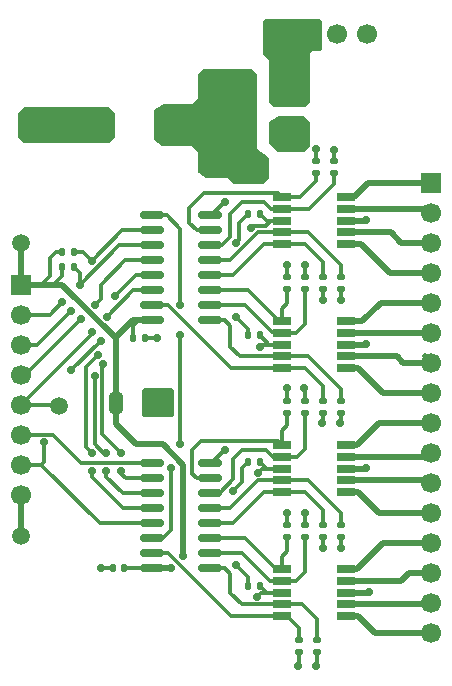
<source format=gtl>
%TF.GenerationSoftware,KiCad,Pcbnew,9.0.6*%
%TF.CreationDate,2025-12-21T17:34:40-08:00*%
%TF.ProjectId,A3909 Prototyping,41333930-3920-4507-926f-746f74797069,rev?*%
%TF.SameCoordinates,Original*%
%TF.FileFunction,Copper,L1,Top*%
%TF.FilePolarity,Positive*%
%FSLAX46Y46*%
G04 Gerber Fmt 4.6, Leading zero omitted, Abs format (unit mm)*
G04 Created by KiCad (PCBNEW 9.0.6) date 2025-12-21 17:34:40*
%MOMM*%
%LPD*%
G01*
G04 APERTURE LIST*
G04 Aperture macros list*
%AMRoundRect*
0 Rectangle with rounded corners*
0 $1 Rounding radius*
0 $2 $3 $4 $5 $6 $7 $8 $9 X,Y pos of 4 corners*
0 Add a 4 corners polygon primitive as box body*
4,1,4,$2,$3,$4,$5,$6,$7,$8,$9,$2,$3,0*
0 Add four circle primitives for the rounded corners*
1,1,$1+$1,$2,$3*
1,1,$1+$1,$4,$5*
1,1,$1+$1,$6,$7*
1,1,$1+$1,$8,$9*
0 Add four rect primitives between the rounded corners*
20,1,$1+$1,$2,$3,$4,$5,0*
20,1,$1+$1,$4,$5,$6,$7,0*
20,1,$1+$1,$6,$7,$8,$9,0*
20,1,$1+$1,$8,$9,$2,$3,0*%
G04 Aperture macros list end*
%TA.AperFunction,SMDPad,CuDef*%
%ADD10RoundRect,0.140000X-0.140000X-0.170000X0.140000X-0.170000X0.140000X0.170000X-0.140000X0.170000X0*%
%TD*%
%TA.AperFunction,SMDPad,CuDef*%
%ADD11RoundRect,0.250000X0.325000X0.650000X-0.325000X0.650000X-0.325000X-0.650000X0.325000X-0.650000X0*%
%TD*%
%TA.AperFunction,SMDPad,CuDef*%
%ADD12RoundRect,0.250001X2.049999X0.799999X-2.049999X0.799999X-2.049999X-0.799999X2.049999X-0.799999X0*%
%TD*%
%TA.AperFunction,SMDPad,CuDef*%
%ADD13RoundRect,0.140000X0.140000X0.170000X-0.140000X0.170000X-0.140000X-0.170000X0.140000X-0.170000X0*%
%TD*%
%TA.AperFunction,SMDPad,CuDef*%
%ADD14RoundRect,0.250000X-0.325000X-0.650000X0.325000X-0.650000X0.325000X0.650000X-0.325000X0.650000X0*%
%TD*%
%TA.AperFunction,SMDPad,CuDef*%
%ADD15RoundRect,0.250000X-1.000000X-0.900000X1.000000X-0.900000X1.000000X0.900000X-1.000000X0.900000X0*%
%TD*%
%TA.AperFunction,SMDPad,CuDef*%
%ADD16C,1.500000*%
%TD*%
%TA.AperFunction,SMDPad,CuDef*%
%ADD17R,1.525000X0.650000*%
%TD*%
%TA.AperFunction,ComponentPad*%
%ADD18C,1.700000*%
%TD*%
%TA.AperFunction,ComponentPad*%
%ADD19R,1.700000X1.700000*%
%TD*%
%TA.AperFunction,SMDPad,CuDef*%
%ADD20RoundRect,0.135000X-0.135000X-0.185000X0.135000X-0.185000X0.135000X0.185000X-0.135000X0.185000X0*%
%TD*%
%TA.AperFunction,SMDPad,CuDef*%
%ADD21RoundRect,0.135000X0.185000X-0.135000X0.185000X0.135000X-0.185000X0.135000X-0.185000X-0.135000X0*%
%TD*%
%TA.AperFunction,SMDPad,CuDef*%
%ADD22RoundRect,0.135000X-0.185000X0.135000X-0.185000X-0.135000X0.185000X-0.135000X0.185000X0.135000X0*%
%TD*%
%TA.AperFunction,SMDPad,CuDef*%
%ADD23RoundRect,0.150000X0.825000X0.150000X-0.825000X0.150000X-0.825000X-0.150000X0.825000X-0.150000X0*%
%TD*%
%TA.AperFunction,ViaPad*%
%ADD24C,0.700000*%
%TD*%
%TA.AperFunction,Conductor*%
%ADD25C,0.300000*%
%TD*%
%TA.AperFunction,Conductor*%
%ADD26C,0.500000*%
%TD*%
%TA.AperFunction,Conductor*%
%ADD27C,1.700000*%
%TD*%
G04 APERTURE END LIST*
D10*
%TO.P,C1,2*%
%TO.N,VBB*%
X48730000Y-38000000D03*
%TO.P,C1,1*%
%TO.N,GND*%
X47770000Y-38000000D03*
%TD*%
%TO.P,C2,2*%
%TO.N,VBB*%
X48730000Y-48250000D03*
%TO.P,C2,1*%
%TO.N,GND*%
X47770000Y-48250000D03*
%TD*%
%TO.P,C3,2*%
%TO.N,VBB*%
X48730000Y-59000000D03*
%TO.P,C3,1*%
%TO.N,GND*%
X47770000Y-59000000D03*
%TD*%
%TO.P,C4,2*%
%TO.N,VBB*%
X48730000Y-69500000D03*
%TO.P,C4,1*%
%TO.N,GND*%
X47770000Y-69500000D03*
%TD*%
D11*
%TO.P,C5,2*%
%TO.N,VBB*%
X47525000Y-31250000D03*
%TO.P,C5,1*%
%TO.N,GND*%
X50475000Y-31250000D03*
%TD*%
D12*
%TO.P,C6,2*%
%TO.N,GND*%
X33750000Y-30500000D03*
%TO.P,C6,1*%
%TO.N,VBB*%
X42550000Y-30500000D03*
%TD*%
D13*
%TO.P,C7,2*%
%TO.N,VCC*%
X38020000Y-48500000D03*
%TO.P,C7,1*%
%TO.N,GND*%
X38980000Y-48500000D03*
%TD*%
D10*
%TO.P,C8,2*%
%TO.N,VCC*%
X37230000Y-68000000D03*
%TO.P,C8,1*%
%TO.N,GND*%
X36270000Y-68000000D03*
%TD*%
D14*
%TO.P,C9,2*%
%TO.N,GND*%
X39475000Y-54000000D03*
%TO.P,C9,1*%
%TO.N,VCC*%
X36525000Y-54000000D03*
%TD*%
D15*
%TO.P,D1,2,A*%
%TO.N,+12V*%
X51250000Y-27500000D03*
%TO.P,D1,1,K*%
%TO.N,VBB*%
X46950000Y-27500000D03*
%TD*%
D16*
%TO.P,TP2,1,1*%
%TO.N,GND*%
X28500000Y-65250000D03*
%TD*%
D17*
%TO.P,IC1,10,OUT1*%
%TO.N,/B RESET OUT*%
X56037000Y-47075000D03*
%TO.P,IC1,9,OUT2*%
%TO.N,/B SET OUT*%
X56037000Y-48075000D03*
%TO.P,IC1,8,GND*%
%TO.N,GND*%
X56037000Y-49075000D03*
%TO.P,IC1,7,OUT3*%
%TO.N,/A RESET OUT*%
X56037000Y-50075000D03*
%TO.P,IC1,6,OUT4*%
%TO.N,/A SET OUT*%
X56037000Y-51075000D03*
%TO.P,IC1,5,IN4*%
%TO.N,A1*%
X50613000Y-51075000D03*
%TO.P,IC1,4,IN3*%
%TO.N,A2*%
X50613000Y-50075000D03*
%TO.P,IC1,3,VBB*%
%TO.N,VBB*%
X50613000Y-49075000D03*
%TO.P,IC1,2,IN2*%
%TO.N,B3*%
X50613000Y-48075000D03*
%TO.P,IC1,1,IN1*%
%TO.N,B4*%
X50613000Y-47075000D03*
%TD*%
%TO.P,IC2,10,OUT1*%
%TO.N,/D RESET OUT*%
X56037000Y-36575000D03*
%TO.P,IC2,9,OUT2*%
%TO.N,/D SET OUT*%
X56037000Y-37575000D03*
%TO.P,IC2,8,GND*%
%TO.N,GND*%
X56037000Y-38575000D03*
%TO.P,IC2,7,OUT3*%
%TO.N,/C RESET OUT*%
X56037000Y-39575000D03*
%TO.P,IC2,6,OUT4*%
%TO.N,/C SET OUT*%
X56037000Y-40575000D03*
%TO.P,IC2,5,IN4*%
%TO.N,C1*%
X50613000Y-40575000D03*
%TO.P,IC2,4,IN3*%
%TO.N,C2*%
X50613000Y-39575000D03*
%TO.P,IC2,3,VBB*%
%TO.N,VBB*%
X50613000Y-38575000D03*
%TO.P,IC2,2,IN2*%
%TO.N,D3*%
X50613000Y-37575000D03*
%TO.P,IC2,1,IN1*%
%TO.N,D4*%
X50613000Y-36575000D03*
%TD*%
%TO.P,IC3,10,OUT1*%
%TO.N,/F RESET OUT*%
X56037000Y-68075000D03*
%TO.P,IC3,9,OUT2*%
%TO.N,/F SET OUT*%
X56037000Y-69075000D03*
%TO.P,IC3,8,GND*%
%TO.N,GND*%
X56037000Y-70075000D03*
%TO.P,IC3,7,OUT3*%
%TO.N,/E RESET OUT*%
X56037000Y-71075000D03*
%TO.P,IC3,6,OUT4*%
%TO.N,/E SET OUT*%
X56037000Y-72075000D03*
%TO.P,IC3,5,IN4*%
%TO.N,E1*%
X50613000Y-72075000D03*
%TO.P,IC3,4,IN3*%
%TO.N,E2*%
X50613000Y-71075000D03*
%TO.P,IC3,3,VBB*%
%TO.N,VBB*%
X50613000Y-70075000D03*
%TO.P,IC3,2,IN2*%
%TO.N,F3*%
X50613000Y-69075000D03*
%TO.P,IC3,1,IN1*%
%TO.N,F4*%
X50613000Y-68075000D03*
%TD*%
%TO.P,IC4,10,OUT1*%
%TO.N,/H RESET OUT*%
X56037000Y-57575000D03*
%TO.P,IC4,9,OUT2*%
%TO.N,/H SET OUT*%
X56037000Y-58575000D03*
%TO.P,IC4,8,GND*%
%TO.N,GND*%
X56037000Y-59575000D03*
%TO.P,IC4,7,OUT3*%
%TO.N,/G RESET OUT*%
X56037000Y-60575000D03*
%TO.P,IC4,6,OUT4*%
%TO.N,/G SET OUT*%
X56037000Y-61575000D03*
%TO.P,IC4,5,IN4*%
%TO.N,G1*%
X50613000Y-61575000D03*
%TO.P,IC4,4,IN3*%
%TO.N,G2*%
X50613000Y-60575000D03*
%TO.P,IC4,3,VBB*%
%TO.N,VBB*%
X50613000Y-59575000D03*
%TO.P,IC4,2,IN2*%
%TO.N,H3*%
X50613000Y-58575000D03*
%TO.P,IC4,1,IN1*%
%TO.N,H4*%
X50613000Y-57575000D03*
%TD*%
D18*
%TO.P,J1,16,Pin_16*%
%TO.N,/E SET OUT*%
X63250000Y-73462500D03*
%TO.P,J1,15,Pin_15*%
%TO.N,/E RESET OUT*%
X63250000Y-70922500D03*
%TO.P,J1,14,Pin_14*%
%TO.N,/F SET OUT*%
X63250000Y-68382500D03*
%TO.P,J1,13,Pin_13*%
%TO.N,/F RESET OUT*%
X63250000Y-65842500D03*
%TO.P,J1,12,Pin_12*%
%TO.N,/G SET OUT*%
X63250000Y-63302500D03*
%TO.P,J1,11,Pin_11*%
%TO.N,/G RESET OUT*%
X63250000Y-60762500D03*
%TO.P,J1,10,Pin_10*%
%TO.N,/H SET OUT*%
X63250000Y-58222500D03*
%TO.P,J1,9,Pin_9*%
%TO.N,/H RESET OUT*%
X63250000Y-55682500D03*
%TO.P,J1,8,Pin_8*%
%TO.N,/A SET OUT*%
X63250000Y-53142500D03*
%TO.P,J1,7,Pin_7*%
%TO.N,/A RESET OUT*%
X63250000Y-50602500D03*
%TO.P,J1,6,Pin_6*%
%TO.N,/B SET OUT*%
X63250000Y-48062500D03*
%TO.P,J1,5,Pin_5*%
%TO.N,/B RESET OUT*%
X63250000Y-45522500D03*
%TO.P,J1,4,Pin_4*%
%TO.N,/C SET OUT*%
X63250000Y-42982500D03*
%TO.P,J1,3,Pin_3*%
%TO.N,/C RESET OUT*%
X63250000Y-40442500D03*
%TO.P,J1,2,Pin_2*%
%TO.N,/D SET OUT*%
X63250000Y-37902500D03*
D19*
%TO.P,J1,1,Pin_1*%
%TO.N,/D RESET OUT*%
X63250000Y-35362500D03*
%TD*%
D18*
%TO.P,J2,4,Pin_4*%
%TO.N,GND*%
X57810000Y-22750000D03*
%TO.P,J2,3,Pin_3*%
X55270000Y-22750000D03*
%TO.P,J2,2,Pin_2*%
%TO.N,+12V*%
X52730000Y-22750000D03*
D19*
%TO.P,J2,1,Pin_1*%
X50190000Y-22750000D03*
%TD*%
D18*
%TO.P,J3,8,Pin_8*%
%TO.N,GND*%
X28500000Y-61790000D03*
%TO.P,J3,7,Pin_7*%
%TO.N,/OEINV*%
X28500000Y-59250000D03*
%TO.P,J3,6,Pin_6*%
%TO.N,/SER OUT*%
X28500000Y-56710000D03*
%TO.P,J3,5,Pin_5*%
%TO.N,/SER*%
X28500000Y-54170000D03*
%TO.P,J3,4,Pin_4*%
%TO.N,/RCLK*%
X28500000Y-51630000D03*
%TO.P,J3,3,Pin_3*%
%TO.N,/SRCLRINV*%
X28500000Y-49090000D03*
%TO.P,J3,2,Pin_2*%
%TO.N,/SRCLK*%
X28500000Y-46550000D03*
D19*
%TO.P,J3,1,Pin_1*%
%TO.N,VCC*%
X28500000Y-44010000D03*
%TD*%
D20*
%TO.P,R1,2*%
%TO.N,/SRCLRINV*%
X33010000Y-41250000D03*
%TO.P,R1,1*%
%TO.N,VCC*%
X31990000Y-41250000D03*
%TD*%
%TO.P,R2,2*%
%TO.N,/SRCLK*%
X33010000Y-42500000D03*
%TO.P,R2,1*%
%TO.N,VCC*%
X31990000Y-42500000D03*
%TD*%
D21*
%TO.P,R3,2*%
%TO.N,E1*%
X52075000Y-74065000D03*
%TO.P,R3,1*%
%TO.N,GND*%
X52075000Y-75085000D03*
%TD*%
%TO.P,R4,2*%
%TO.N,E2*%
X53575000Y-74065000D03*
%TO.P,R4,1*%
%TO.N,GND*%
X53575000Y-75085000D03*
%TD*%
D22*
%TO.P,R5,2*%
%TO.N,F3*%
X52575000Y-65335000D03*
%TO.P,R5,1*%
%TO.N,GND*%
X52575000Y-64315000D03*
%TD*%
%TO.P,R6,2*%
%TO.N,F4*%
X51075000Y-65335000D03*
%TO.P,R6,1*%
%TO.N,GND*%
X51075000Y-64315000D03*
%TD*%
D21*
%TO.P,R7,2*%
%TO.N,G1*%
X54075000Y-64315000D03*
%TO.P,R7,1*%
%TO.N,GND*%
X54075000Y-65335000D03*
%TD*%
%TO.P,R8,2*%
%TO.N,G2*%
X55575000Y-64315000D03*
%TO.P,R8,1*%
%TO.N,GND*%
X55575000Y-65335000D03*
%TD*%
D22*
%TO.P,R9,2*%
%TO.N,H3*%
X52575000Y-54835000D03*
%TO.P,R9,1*%
%TO.N,GND*%
X52575000Y-53815000D03*
%TD*%
%TO.P,R10,2*%
%TO.N,H4*%
X51075000Y-54835000D03*
%TO.P,R10,1*%
%TO.N,GND*%
X51075000Y-53815000D03*
%TD*%
D21*
%TO.P,R11,2*%
%TO.N,A1*%
X54075000Y-53815000D03*
%TO.P,R11,1*%
%TO.N,GND*%
X54075000Y-54835000D03*
%TD*%
%TO.P,R12,2*%
%TO.N,A2*%
X55575000Y-53815000D03*
%TO.P,R12,1*%
%TO.N,GND*%
X55575000Y-54835000D03*
%TD*%
D22*
%TO.P,R13,2*%
%TO.N,B3*%
X52575000Y-44335000D03*
%TO.P,R13,1*%
%TO.N,GND*%
X52575000Y-43315000D03*
%TD*%
%TO.P,R14,2*%
%TO.N,B4*%
X51075000Y-44335000D03*
%TO.P,R14,1*%
%TO.N,GND*%
X51075000Y-43315000D03*
%TD*%
D21*
%TO.P,R15,2*%
%TO.N,C1*%
X54075000Y-43315000D03*
%TO.P,R15,1*%
%TO.N,GND*%
X54075000Y-44335000D03*
%TD*%
%TO.P,R16,2*%
%TO.N,C2*%
X55575000Y-43315000D03*
%TO.P,R16,1*%
%TO.N,GND*%
X55575000Y-44335000D03*
%TD*%
D22*
%TO.P,R17,2*%
%TO.N,D3*%
X55000000Y-34585000D03*
%TO.P,R17,1*%
%TO.N,GND*%
X55000000Y-33565000D03*
%TD*%
%TO.P,R18,2*%
%TO.N,D4*%
X53500000Y-34585000D03*
%TO.P,R18,1*%
%TO.N,GND*%
X53500000Y-33565000D03*
%TD*%
D16*
%TO.P,TP3,1,1*%
%TO.N,/SER*%
X31750000Y-54250000D03*
%TD*%
D23*
%TO.P,U1,16,VCC*%
%TO.N,VCC*%
X39600000Y-47020000D03*
%TO.P,U1,15,QA*%
%TO.N,A1*%
X39600000Y-45750000D03*
%TO.P,U1,14,SER*%
%TO.N,/SER*%
X39600000Y-44480000D03*
%TO.P,U1,13,~{OE}*%
%TO.N,/OEINV*%
X39600000Y-43210000D03*
%TO.P,U1,12,RCLK*%
%TO.N,/RCLK*%
X39600000Y-41940000D03*
%TO.P,U1,11,SRCLK*%
%TO.N,/SRCLK*%
X39600000Y-40670000D03*
%TO.P,U1,10,~{SRCLR}*%
%TO.N,/SRCLRINV*%
X39600000Y-39400000D03*
%TO.P,U1,9,QH'*%
%TO.N,/QH'*%
X39600000Y-38130000D03*
%TO.P,U1,8,GND*%
%TO.N,GND*%
X44550000Y-38130000D03*
%TO.P,U1,7,QH*%
%TO.N,D4*%
X44550000Y-39400000D03*
%TO.P,U1,6,QG*%
%TO.N,D3*%
X44550000Y-40670000D03*
%TO.P,U1,5,QF*%
%TO.N,C2*%
X44550000Y-41940000D03*
%TO.P,U1,4,QE*%
%TO.N,C1*%
X44550000Y-43210000D03*
%TO.P,U1,3,QD*%
%TO.N,B4*%
X44550000Y-44480000D03*
%TO.P,U1,2,QC*%
%TO.N,B3*%
X44550000Y-45750000D03*
%TO.P,U1,1,QB*%
%TO.N,A2*%
X44550000Y-47020000D03*
%TD*%
%TO.P,U2,16,VCC*%
%TO.N,VCC*%
X39600000Y-68020000D03*
%TO.P,U2,15,QA*%
%TO.N,E1*%
X39600000Y-66750000D03*
%TO.P,U2,14,SER*%
%TO.N,/QH'*%
X39600000Y-65480000D03*
%TO.P,U2,13,~{OE}*%
%TO.N,/OEINV*%
X39600000Y-64210000D03*
%TO.P,U2,12,RCLK*%
%TO.N,/RCLK*%
X39600000Y-62940000D03*
%TO.P,U2,11,SRCLK*%
%TO.N,/SRCLK*%
X39600000Y-61670000D03*
%TO.P,U2,10,~{SRCLR}*%
%TO.N,/SRCLRINV*%
X39600000Y-60400000D03*
%TO.P,U2,9,QH'*%
%TO.N,/SER OUT*%
X39600000Y-59130000D03*
%TO.P,U2,8,GND*%
%TO.N,GND*%
X44550000Y-59130000D03*
%TO.P,U2,7,QH*%
%TO.N,H4*%
X44550000Y-60400000D03*
%TO.P,U2,6,QG*%
%TO.N,H3*%
X44550000Y-61670000D03*
%TO.P,U2,5,QF*%
%TO.N,G2*%
X44550000Y-62940000D03*
%TO.P,U2,4,QE*%
%TO.N,G1*%
X44550000Y-64210000D03*
%TO.P,U2,3,QD*%
%TO.N,F4*%
X44550000Y-65480000D03*
%TO.P,U2,2,QC*%
%TO.N,F3*%
X44550000Y-66750000D03*
%TO.P,U2,1,QB*%
%TO.N,E2*%
X44550000Y-68020000D03*
%TD*%
D16*
%TO.P,TP4,1,1*%
%TO.N,VBB*%
X47500000Y-34000000D03*
%TD*%
%TO.P,TP1,1,1*%
%TO.N,VCC*%
X28500000Y-40500000D03*
%TD*%
D24*
%TO.N,GND*%
X46750000Y-67750000D03*
X45750000Y-37000000D03*
X55575000Y-45325000D03*
X57750000Y-38500000D03*
X41000000Y-54000000D03*
X46750000Y-46750000D03*
X53500000Y-32500000D03*
X52000000Y-76250000D03*
X55000000Y-32575000D03*
X41000000Y-53250000D03*
X52250000Y-31250000D03*
X52250000Y-32250000D03*
X52575000Y-42325000D03*
X52250000Y-30250000D03*
X51075000Y-42325000D03*
X54000000Y-55750000D03*
X55575000Y-66325000D03*
X53500000Y-76250000D03*
X51075000Y-63325000D03*
X29000000Y-29750000D03*
X55500000Y-55750000D03*
X41000000Y-54750000D03*
X35250000Y-68000000D03*
X54075000Y-45325000D03*
X29000000Y-31250000D03*
X58000000Y-70000000D03*
X51000000Y-52750000D03*
X45750000Y-58000000D03*
X40000000Y-48500000D03*
X54075000Y-66325000D03*
X52575000Y-63325000D03*
X52500000Y-52750000D03*
X30500000Y-29750000D03*
X46740380Y-40490380D03*
X57750000Y-49000000D03*
X46500000Y-61500000D03*
X57750000Y-59500000D03*
X30500000Y-31250000D03*
%TO.N,VBB*%
X48500000Y-70425000D03*
X44750000Y-26500000D03*
X48603583Y-59925000D03*
X45500000Y-32500000D03*
X44750000Y-28500000D03*
X46000000Y-30500000D03*
X47990380Y-39240380D03*
X44750000Y-27500000D03*
X44250000Y-32500000D03*
X48750000Y-49250000D03*
X46000000Y-31500000D03*
%TO.N,/SER*%
X35780331Y-46719669D03*
X34500000Y-48000000D03*
%TO.N,/SRCLK*%
X32000000Y-45500000D03*
X35750000Y-59780000D03*
X35750000Y-58250000D03*
X33500000Y-44000000D03*
X34747017Y-51758949D03*
%TO.N,/OEINV*%
X35250000Y-48750000D03*
X32750000Y-51250000D03*
X36500000Y-45000000D03*
X30500000Y-57360000D03*
%TO.N,/RCLK*%
X35065687Y-49934313D03*
X33562500Y-46937500D03*
X34780331Y-45719669D03*
X34500000Y-58250000D03*
X34500000Y-59780000D03*
%TO.N,/SRCLRINV*%
X32750000Y-46250000D03*
X35500000Y-50750000D03*
X37000000Y-58250000D03*
X37000000Y-59780000D03*
X34500000Y-42000000D03*
%TO.N,/QH'*%
X42000000Y-45750000D03*
X41250000Y-59500000D03*
X42000000Y-48250000D03*
X42000000Y-57500000D03*
%TO.N,VCC*%
X41250000Y-68000000D03*
X42250000Y-67000000D03*
%TD*%
D25*
%TO.N,GND*%
X53500000Y-33565000D02*
X53500000Y-32500000D01*
X55500000Y-55750000D02*
X55575000Y-55675000D01*
X55575000Y-44335000D02*
X55575000Y-45325000D01*
X54075000Y-65335000D02*
X54075000Y-66325000D01*
X52075000Y-76175000D02*
X52000000Y-76250000D01*
X52075000Y-75085000D02*
X52075000Y-76175000D01*
D26*
X56037000Y-59575000D02*
X57675000Y-59575000D01*
D25*
X47770000Y-68770000D02*
X47770000Y-69500000D01*
X47000000Y-38770000D02*
X47770000Y-38000000D01*
X51075000Y-52825000D02*
X51000000Y-52750000D01*
X38980000Y-48500000D02*
X40000000Y-48500000D01*
X55000000Y-33565000D02*
X55000000Y-32575000D01*
X46750000Y-67750000D02*
X47770000Y-68770000D01*
D26*
X57675000Y-49075000D02*
X57750000Y-49000000D01*
D25*
X52575000Y-64315000D02*
X52575000Y-63325000D01*
X44620000Y-38130000D02*
X45750000Y-37000000D01*
X51075000Y-53815000D02*
X51075000Y-52825000D01*
X54075000Y-55675000D02*
X54000000Y-55750000D01*
X53575000Y-75085000D02*
X53575000Y-76175000D01*
X46740380Y-40490380D02*
X47000000Y-40230760D01*
X51075000Y-43315000D02*
X51075000Y-42325000D01*
D26*
X56037000Y-38575000D02*
X57675000Y-38575000D01*
D25*
X55575000Y-65335000D02*
X55575000Y-66325000D01*
X47250000Y-60750000D02*
X47250000Y-59520000D01*
D26*
X57675000Y-38575000D02*
X57750000Y-38500000D01*
X57675000Y-59575000D02*
X57750000Y-59500000D01*
X57925000Y-70075000D02*
X58000000Y-70000000D01*
D25*
X51075000Y-64315000D02*
X51075000Y-63325000D01*
X52575000Y-53815000D02*
X52575000Y-52825000D01*
X47770000Y-48250000D02*
X47770000Y-47770000D01*
X46500000Y-61500000D02*
X47250000Y-60750000D01*
X52575000Y-43315000D02*
X52575000Y-42325000D01*
X36270000Y-68000000D02*
X35250000Y-68000000D01*
D26*
X56037000Y-49075000D02*
X57675000Y-49075000D01*
D25*
X44620000Y-59130000D02*
X45750000Y-58000000D01*
X53575000Y-76175000D02*
X53500000Y-76250000D01*
X44550000Y-59130000D02*
X44620000Y-59130000D01*
D26*
X56037000Y-70075000D02*
X57925000Y-70075000D01*
D25*
X47000000Y-40230760D02*
X47000000Y-38770000D01*
X47770000Y-47770000D02*
X46750000Y-46750000D01*
X44550000Y-38130000D02*
X44620000Y-38130000D01*
D26*
X28500000Y-61790000D02*
X28500000Y-65250000D01*
D25*
X52575000Y-52825000D02*
X52500000Y-52750000D01*
X47250000Y-59520000D02*
X47770000Y-59000000D01*
X54075000Y-54835000D02*
X54075000Y-55675000D01*
X54075000Y-44335000D02*
X54075000Y-45325000D01*
X55575000Y-55675000D02*
X55575000Y-54835000D01*
%TO.N,VBB*%
X48801000Y-48325500D02*
X48801000Y-48250000D01*
X48953583Y-59575000D02*
X48603583Y-59925000D01*
X48230760Y-39000000D02*
X49250000Y-39000000D01*
X49625000Y-38625000D02*
X49355000Y-38625000D01*
X50613000Y-70075000D02*
X49305000Y-70075000D01*
X50613000Y-59575000D02*
X49305000Y-59575000D01*
X50613000Y-49075000D02*
X49555000Y-49075000D01*
X49355000Y-38625000D02*
X48730000Y-38000000D01*
X49305000Y-59575000D02*
X48953583Y-59575000D01*
X49305000Y-59575000D02*
X48730000Y-59000000D01*
X49675000Y-38575000D02*
X50613000Y-38575000D01*
X47990380Y-39240380D02*
X48230760Y-39000000D01*
X48850000Y-70075000D02*
X48500000Y-70425000D01*
X49250000Y-39000000D02*
X49625000Y-38625000D01*
X49555000Y-49075000D02*
X48730000Y-48250000D01*
X48603583Y-60000000D02*
X48603583Y-59925000D01*
X49305000Y-70075000D02*
X48850000Y-70075000D01*
X49305000Y-70075000D02*
X48730000Y-69500000D01*
X49625000Y-38625000D02*
X49675000Y-38575000D01*
X48925000Y-49075000D02*
X48750000Y-49250000D01*
X49555000Y-49075000D02*
X48925000Y-49075000D01*
D27*
%TO.N,+12V*%
X51460000Y-27290000D02*
X51250000Y-27500000D01*
D26*
%TO.N,/A SET OUT*%
X57075000Y-51075000D02*
X59142500Y-53142500D01*
X56037000Y-51075000D02*
X57075000Y-51075000D01*
X59142500Y-53142500D02*
X63250000Y-53142500D01*
D25*
%TO.N,A1*%
X41000000Y-45750000D02*
X46325000Y-51075000D01*
X50613000Y-51075000D02*
X52575000Y-51075000D01*
X54075000Y-52575000D02*
X54075000Y-53815000D01*
X50613000Y-51075000D02*
X46325000Y-51075000D01*
X52575000Y-51075000D02*
X54075000Y-52575000D01*
X39600000Y-45750000D02*
X41000000Y-45750000D01*
D26*
%TO.N,/B RESET OUT*%
X57425000Y-47075000D02*
X58977500Y-45522500D01*
X58977500Y-45522500D02*
X63250000Y-45522500D01*
X56037000Y-47075000D02*
X57425000Y-47075000D01*
%TO.N,/B SET OUT*%
X63237500Y-48075000D02*
X63250000Y-48062500D01*
X56037000Y-48075000D02*
X63237500Y-48075000D01*
D25*
%TO.N,A2*%
X46250000Y-47500000D02*
X46250000Y-49250000D01*
X47075000Y-50075000D02*
X50613000Y-50075000D01*
X44550000Y-47020000D02*
X45770000Y-47020000D01*
X52825000Y-50075000D02*
X55575000Y-52825000D01*
X50613000Y-50075000D02*
X52825000Y-50075000D01*
X55575000Y-52825000D02*
X55575000Y-53815000D01*
X45770000Y-47020000D02*
X46250000Y-47500000D01*
X46250000Y-49250000D02*
X47075000Y-50075000D01*
D26*
%TO.N,/A RESET OUT*%
X62722500Y-50075000D02*
X63250000Y-50602500D01*
X56037000Y-50075000D02*
X60325000Y-50075000D01*
X60852500Y-50602500D02*
X63250000Y-50602500D01*
X60325000Y-50075000D02*
X60852500Y-50602500D01*
D25*
%TO.N,B3*%
X50538000Y-48000000D02*
X50613000Y-48075000D01*
X49750000Y-48000000D02*
X50538000Y-48000000D01*
X44550000Y-45750000D02*
X47500000Y-45750000D01*
X51825000Y-48075000D02*
X52575000Y-47325000D01*
X50613000Y-48075000D02*
X51825000Y-48075000D01*
X52575000Y-47325000D02*
X52575000Y-44335000D01*
X47500000Y-45750000D02*
X49750000Y-48000000D01*
%TO.N,B4*%
X50613000Y-46037000D02*
X51075000Y-45575000D01*
X51075000Y-45575000D02*
X51075000Y-44335000D01*
X50325000Y-47075000D02*
X50613000Y-47075000D01*
X50613000Y-47075000D02*
X50613000Y-46037000D01*
X47730000Y-44480000D02*
X50325000Y-47075000D01*
X44550000Y-44480000D02*
X47730000Y-44480000D01*
D26*
%TO.N,/E RESET OUT*%
X63097500Y-71075000D02*
X63250000Y-70922500D01*
X56037000Y-71075000D02*
X63097500Y-71075000D01*
%TO.N,/E SET OUT*%
X56037000Y-72075000D02*
X57075000Y-72075000D01*
X58462500Y-73462500D02*
X63250000Y-73462500D01*
X57075000Y-72075000D02*
X58462500Y-73462500D01*
D25*
%TO.N,E2*%
X47200000Y-71075000D02*
X50613000Y-71075000D01*
X44550000Y-68020000D02*
X45770000Y-68020000D01*
X46250000Y-70125000D02*
X47200000Y-71075000D01*
X45770000Y-68020000D02*
X46250000Y-68500000D01*
X46250000Y-68500000D02*
X46250000Y-70125000D01*
X50613000Y-71075000D02*
X52325000Y-71075000D01*
X53575000Y-72325000D02*
X53575000Y-74065000D01*
X52325000Y-71075000D02*
X53575000Y-72325000D01*
%TO.N,E1*%
X39600000Y-66750000D02*
X41000000Y-66750000D01*
X41000000Y-66750000D02*
X46325000Y-72075000D01*
X50613000Y-72075000D02*
X51075000Y-72075000D01*
X51075000Y-72075000D02*
X52075000Y-73075000D01*
X46325000Y-72075000D02*
X50613000Y-72075000D01*
X52075000Y-73075000D02*
X52075000Y-74065000D01*
%TO.N,F3*%
X47250000Y-66750000D02*
X49575000Y-69075000D01*
X50613000Y-69075000D02*
X51825000Y-69075000D01*
X49575000Y-69075000D02*
X50613000Y-69075000D01*
X51825000Y-69075000D02*
X52575000Y-68325000D01*
X44550000Y-66750000D02*
X47250000Y-66750000D01*
X52575000Y-68325000D02*
X52575000Y-65335000D01*
%TO.N,F4*%
X50075000Y-68075000D02*
X50613000Y-68075000D01*
X44550000Y-65480000D02*
X47480000Y-65480000D01*
X50613000Y-68075000D02*
X50613000Y-67037000D01*
X47480000Y-65480000D02*
X50075000Y-68075000D01*
X50613000Y-67037000D02*
X51075000Y-66575000D01*
X51075000Y-66575000D02*
X51075000Y-65335000D01*
D26*
%TO.N,/F RESET OUT*%
X56037000Y-68075000D02*
X56925000Y-68075000D01*
X59157500Y-65842500D02*
X63250000Y-65842500D01*
X56925000Y-68075000D02*
X59157500Y-65842500D01*
%TO.N,/F SET OUT*%
X60675000Y-69075000D02*
X61367500Y-68382500D01*
X56037000Y-69075000D02*
X60675000Y-69075000D01*
X61367500Y-68382500D02*
X63250000Y-68382500D01*
D25*
%TO.N,C2*%
X50613000Y-39575000D02*
X52825000Y-39575000D01*
X48575000Y-39575000D02*
X50613000Y-39575000D01*
X52825000Y-39575000D02*
X55575000Y-42325000D01*
X55575000Y-42325000D02*
X55575000Y-43315000D01*
X46210000Y-41940000D02*
X48575000Y-39575000D01*
X44550000Y-41940000D02*
X46210000Y-41940000D01*
D26*
%TO.N,/C SET OUT*%
X59732500Y-42982500D02*
X63250000Y-42982500D01*
X56037000Y-40575000D02*
X57325000Y-40575000D01*
X57325000Y-40575000D02*
X59732500Y-42982500D01*
%TO.N,/C RESET OUT*%
X60692500Y-40442500D02*
X63250000Y-40442500D01*
X59825000Y-39575000D02*
X60692500Y-40442500D01*
X56037000Y-39575000D02*
X59825000Y-39575000D01*
D25*
%TO.N,D3*%
X50613000Y-37575000D02*
X52925000Y-37575000D01*
X44550000Y-40670000D02*
X45524999Y-40670000D01*
X52925000Y-37575000D02*
X55000000Y-35500000D01*
X45524999Y-40670000D02*
X46250000Y-39944999D01*
X55000000Y-35500000D02*
X55000000Y-34585000D01*
X49125000Y-37000000D02*
X49700000Y-37575000D01*
X46250000Y-39944999D02*
X46250000Y-38000000D01*
X47250000Y-37000000D02*
X49125000Y-37000000D01*
X46250000Y-38000000D02*
X47250000Y-37000000D01*
X49700000Y-37575000D02*
X50613000Y-37575000D01*
%TO.N,C1*%
X44550000Y-43210000D02*
X46440000Y-43210000D01*
X54075000Y-42075000D02*
X54075000Y-43315000D01*
X49075000Y-40575000D02*
X50613000Y-40575000D01*
X46440000Y-43210000D02*
X49075000Y-40575000D01*
X50613000Y-40575000D02*
X52575000Y-40575000D01*
X52575000Y-40575000D02*
X54075000Y-42075000D01*
%TO.N,D4*%
X44000000Y-36250000D02*
X50288000Y-36250000D01*
X53500000Y-35250000D02*
X53500000Y-34585000D01*
X52175000Y-36575000D02*
X53500000Y-35250000D01*
X50613000Y-36575000D02*
X52175000Y-36575000D01*
X43400000Y-39400000D02*
X42750000Y-38750000D01*
X42750000Y-37500000D02*
X44000000Y-36250000D01*
X50288000Y-36250000D02*
X50613000Y-36575000D01*
X44550000Y-39400000D02*
X43400000Y-39400000D01*
X42750000Y-38750000D02*
X42750000Y-37500000D01*
D26*
%TO.N,/D SET OUT*%
X62922500Y-37575000D02*
X63250000Y-37902500D01*
X56037000Y-37575000D02*
X62922500Y-37575000D01*
%TO.N,/D RESET OUT*%
X56037000Y-36575000D02*
X56675000Y-36575000D01*
X56675000Y-36575000D02*
X57887500Y-35362500D01*
X57887500Y-35362500D02*
X63250000Y-35362500D01*
D25*
%TO.N,H4*%
X43000000Y-60000000D02*
X43000000Y-58000000D01*
X50288000Y-57250000D02*
X50613000Y-57575000D01*
X43000000Y-58000000D02*
X43750000Y-57250000D01*
X43400000Y-60400000D02*
X43000000Y-60000000D01*
X50613000Y-56387000D02*
X51075000Y-55925000D01*
X44550000Y-60400000D02*
X43400000Y-60400000D01*
X50613000Y-57575000D02*
X50613000Y-56387000D01*
X43750000Y-57250000D02*
X50288000Y-57250000D01*
X51075000Y-55925000D02*
X51075000Y-54835000D01*
%TO.N,G2*%
X52825000Y-60575000D02*
X55575000Y-63325000D01*
X48575000Y-60575000D02*
X50613000Y-60575000D01*
X50613000Y-60575000D02*
X52825000Y-60575000D01*
X46210000Y-62940000D02*
X48575000Y-60575000D01*
X44550000Y-62940000D02*
X46210000Y-62940000D01*
X55575000Y-63325000D02*
X55575000Y-64315000D01*
D26*
%TO.N,/H RESET OUT*%
X58817500Y-55682500D02*
X63250000Y-55682500D01*
X56925000Y-57575000D02*
X58817500Y-55682500D01*
X56037000Y-57575000D02*
X56925000Y-57575000D01*
%TO.N,/G SET OUT*%
X56037000Y-61575000D02*
X57075000Y-61575000D01*
X58802500Y-63302500D02*
X63250000Y-63302500D01*
X57075000Y-61575000D02*
X58802500Y-63302500D01*
%TO.N,/G RESET OUT*%
X56037000Y-60575000D02*
X63062500Y-60575000D01*
X63062500Y-60575000D02*
X63250000Y-60762500D01*
D25*
%TO.N,G1*%
X49075000Y-61575000D02*
X50613000Y-61575000D01*
X44550000Y-64210000D02*
X46440000Y-64210000D01*
X52575000Y-61575000D02*
X54075000Y-63075000D01*
X54075000Y-63075000D02*
X54075000Y-64315000D01*
X46440000Y-64210000D02*
X49075000Y-61575000D01*
X50613000Y-61575000D02*
X52575000Y-61575000D01*
D26*
%TO.N,/H SET OUT*%
X62897500Y-58575000D02*
X63250000Y-58222500D01*
X56037000Y-58575000D02*
X62897500Y-58575000D01*
D25*
%TO.N,H3*%
X52575000Y-57925000D02*
X52575000Y-54835000D01*
X47250000Y-58000000D02*
X49250000Y-58000000D01*
X44550000Y-61670000D02*
X45330000Y-61670000D01*
X49250000Y-58000000D02*
X49825000Y-58575000D01*
X46500000Y-60500000D02*
X46500000Y-58750000D01*
X50613000Y-58575000D02*
X51925000Y-58575000D01*
X46500000Y-58750000D02*
X47250000Y-58000000D01*
X51925000Y-58575000D02*
X52575000Y-57925000D01*
X45330000Y-61670000D02*
X46500000Y-60500000D01*
X49825000Y-58575000D02*
X50613000Y-58575000D01*
%TO.N,/SER*%
X28500000Y-54170000D02*
X34500000Y-48170000D01*
X34500000Y-48170000D02*
X34500000Y-48000000D01*
X28500000Y-54170000D02*
X31670000Y-54170000D01*
X38020000Y-44480000D02*
X39600000Y-44480000D01*
X31670000Y-54170000D02*
X31750000Y-54250000D01*
X35780331Y-46719669D02*
X38020000Y-44480000D01*
%TO.N,/SRCLK*%
X35500000Y-58250000D02*
X34747017Y-57497017D01*
X37170000Y-61670000D02*
X39600000Y-61670000D01*
X35750000Y-60250000D02*
X37170000Y-61670000D01*
X33500000Y-44000000D02*
X36830000Y-40670000D01*
X35750000Y-59780000D02*
X35750000Y-60250000D01*
X30950000Y-46550000D02*
X32000000Y-45500000D01*
X28500000Y-46550000D02*
X30950000Y-46550000D01*
X33500000Y-44000000D02*
X33500000Y-42990000D01*
X33500000Y-42990000D02*
X33010000Y-42500000D01*
X35750000Y-58250000D02*
X35500000Y-58250000D01*
X34747017Y-57497017D02*
X34747017Y-51758949D01*
X36830000Y-40670000D02*
X39600000Y-40670000D01*
%TO.N,/SER OUT*%
X39600000Y-59130000D02*
X33630000Y-59130000D01*
X31210000Y-56710000D02*
X28500000Y-56710000D01*
X33630000Y-59130000D02*
X31210000Y-56710000D01*
%TO.N,/OEINV*%
X32750000Y-51250000D02*
X35250000Y-48750000D01*
X38290000Y-43210000D02*
X39600000Y-43210000D01*
X30250000Y-59250000D02*
X35210000Y-64210000D01*
X35210000Y-64210000D02*
X39600000Y-64210000D01*
X30500000Y-57360000D02*
X30500000Y-59000000D01*
X30500000Y-59000000D02*
X30250000Y-59250000D01*
X28500000Y-59250000D02*
X30250000Y-59250000D01*
X36500000Y-45000000D02*
X38290000Y-43210000D01*
%TO.N,/RCLK*%
X34500000Y-60000000D02*
X34500000Y-60280000D01*
X34500000Y-59750000D02*
X34500000Y-60000000D01*
X35250000Y-45250000D02*
X35250000Y-44000000D01*
X35250000Y-44000000D02*
X37310000Y-41940000D01*
X34780331Y-45719669D02*
X35250000Y-45250000D01*
X28870000Y-51630000D02*
X28500000Y-51630000D01*
X33562500Y-46937500D02*
X28870000Y-51630000D01*
X34500000Y-58250000D02*
X34000000Y-57750000D01*
X37160000Y-62940000D02*
X39600000Y-62940000D01*
X34500000Y-60280000D02*
X37160000Y-62940000D01*
X34000000Y-51000000D02*
X35065687Y-49934313D01*
X37310000Y-41940000D02*
X39600000Y-41940000D01*
X34000000Y-57750000D02*
X34000000Y-51000000D01*
%TO.N,/SRCLRINV*%
X37000000Y-59780000D02*
X37000000Y-60000000D01*
X32750000Y-46250000D02*
X29910000Y-49090000D01*
X33750000Y-41250000D02*
X33010000Y-41250000D01*
X37100000Y-39400000D02*
X39600000Y-39400000D01*
X37000000Y-60000000D02*
X37400000Y-60400000D01*
X37400000Y-60400000D02*
X39600000Y-60400000D01*
X35398017Y-56648017D02*
X37000000Y-58250000D01*
X35500000Y-50750000D02*
X35398017Y-50851983D01*
X29910000Y-49090000D02*
X28500000Y-49090000D01*
X35398017Y-50851983D02*
X35398017Y-56648017D01*
X34500000Y-42000000D02*
X33750000Y-41250000D01*
X34500000Y-42000000D02*
X37100000Y-39400000D01*
%TO.N,/QH'*%
X39620000Y-65500000D02*
X39600000Y-65480000D01*
X42000000Y-39250000D02*
X40880000Y-38130000D01*
X42000000Y-48250000D02*
X42000000Y-57500000D01*
X42000000Y-45750000D02*
X42000000Y-39250000D01*
X40574999Y-65480000D02*
X39600000Y-65480000D01*
X40880000Y-38130000D02*
X39600000Y-38130000D01*
X41250000Y-64804999D02*
X40574999Y-65480000D01*
X41250000Y-59500000D02*
X41250000Y-64804999D01*
%TO.N,VCC*%
X31000000Y-41750000D02*
X31000000Y-43260000D01*
D26*
X30250000Y-44010000D02*
X28500000Y-44010000D01*
X28500000Y-44010000D02*
X28500000Y-40500000D01*
D25*
X39600000Y-47020000D02*
X39529000Y-46949000D01*
X39600000Y-68020000D02*
X39529000Y-67949000D01*
D26*
X37980000Y-47020000D02*
X38500000Y-47020000D01*
X31250000Y-44010000D02*
X30250000Y-44010000D01*
X42250000Y-59250000D02*
X40500000Y-57500000D01*
D25*
X31000000Y-43260000D02*
X30250000Y-44010000D01*
X38020000Y-48500000D02*
X38020000Y-47500000D01*
D26*
X36475000Y-48475000D02*
X32010000Y-44010000D01*
X38500000Y-47020000D02*
X39600000Y-47020000D01*
D25*
X39600000Y-47020000D02*
X39569000Y-47051000D01*
X31990000Y-43270000D02*
X31250000Y-44010000D01*
X31990000Y-41250000D02*
X31500000Y-41250000D01*
D26*
X38250000Y-57500000D02*
X36525000Y-55775000D01*
D25*
X37230000Y-68000000D02*
X39580000Y-68000000D01*
D26*
X36525000Y-55775000D02*
X36525000Y-54000000D01*
X39620000Y-68000000D02*
X39600000Y-68020000D01*
X36525000Y-48475000D02*
X37980000Y-47020000D01*
X32010000Y-44010000D02*
X31250000Y-44010000D01*
D25*
X38020000Y-47500000D02*
X38500000Y-47020000D01*
D26*
X41250000Y-68000000D02*
X39620000Y-68000000D01*
X36525000Y-48475000D02*
X36475000Y-48475000D01*
X36525000Y-54000000D02*
X36525000Y-48475000D01*
D25*
X39580000Y-68000000D02*
X39600000Y-68020000D01*
X31990000Y-42500000D02*
X31990000Y-43270000D01*
D26*
X42250000Y-67000000D02*
X42250000Y-59250000D01*
D25*
X31500000Y-41250000D02*
X31000000Y-41750000D01*
D26*
X40500000Y-57500000D02*
X38250000Y-57500000D01*
%TD*%
%TA.AperFunction,Conductor*%
%TO.N,GND*%
G36*
X52515677Y-29769685D02*
G01*
X52536319Y-29786319D01*
X52963681Y-30213681D01*
X52997166Y-30275004D01*
X53000000Y-30301362D01*
X53000000Y-32198638D01*
X52980315Y-32265677D01*
X52963681Y-32286319D01*
X52536319Y-32713681D01*
X52474996Y-32747166D01*
X52448638Y-32750000D01*
X50301362Y-32750000D01*
X50234323Y-32730315D01*
X50213681Y-32713681D01*
X49536319Y-32036319D01*
X49502834Y-31974996D01*
X49500000Y-31948638D01*
X49500000Y-30316362D01*
X49519685Y-30249323D01*
X49555215Y-30213189D01*
X50218761Y-29770826D01*
X50285460Y-29750018D01*
X50287544Y-29750000D01*
X52448638Y-29750000D01*
X52515677Y-29769685D01*
G37*
%TD.AperFunction*%
%TD*%
%TA.AperFunction,Conductor*%
%TO.N,VBB*%
G36*
X48015677Y-25769685D02*
G01*
X48036319Y-25786319D01*
X48463681Y-26213681D01*
X48497166Y-26275004D01*
X48500000Y-26301362D01*
X48500000Y-32500000D01*
X48499999Y-32500000D01*
X49450400Y-33212800D01*
X49492221Y-33268771D01*
X49500000Y-33312000D01*
X49500000Y-34948638D01*
X49480315Y-35015677D01*
X49463681Y-35036319D01*
X49036319Y-35463681D01*
X48974996Y-35497166D01*
X48948638Y-35500000D01*
X46551362Y-35500000D01*
X46484323Y-35480315D01*
X46463681Y-35463681D01*
X46000000Y-35000000D01*
X44287544Y-35000000D01*
X44220505Y-34980315D01*
X44218761Y-34979174D01*
X43555217Y-34536811D01*
X43510356Y-34483246D01*
X43500000Y-34433637D01*
X43500000Y-32750000D01*
X43000000Y-32250000D01*
X40537544Y-32250000D01*
X40470505Y-32230315D01*
X40468761Y-32229174D01*
X39805217Y-31786811D01*
X39760356Y-31733246D01*
X39750000Y-31683637D01*
X39750000Y-29316362D01*
X39769685Y-29249323D01*
X39805215Y-29213189D01*
X40468761Y-28770826D01*
X40535460Y-28750018D01*
X40537544Y-28750000D01*
X43000000Y-28750000D01*
X43500000Y-28250000D01*
X43500000Y-26301362D01*
X43519685Y-26234323D01*
X43536319Y-26213681D01*
X43963681Y-25786319D01*
X44025004Y-25752834D01*
X44051362Y-25750000D01*
X47948638Y-25750000D01*
X48015677Y-25769685D01*
G37*
%TD.AperFunction*%
%TD*%
%TA.AperFunction,Conductor*%
%TO.N,+12V*%
G36*
X53765677Y-21519685D02*
G01*
X53786319Y-21536319D01*
X53963681Y-21713681D01*
X53997166Y-21775004D01*
X54000000Y-21801362D01*
X54000000Y-23995513D01*
X53991355Y-24024953D01*
X53984832Y-24054940D01*
X53981077Y-24059955D01*
X53980315Y-24062552D01*
X53963681Y-24083194D01*
X53833194Y-24213681D01*
X53771871Y-24247166D01*
X53745513Y-24250000D01*
X53187499Y-24250000D01*
X53000000Y-24437499D01*
X53000000Y-28448638D01*
X52980315Y-28515677D01*
X52963681Y-28536319D01*
X52536319Y-28963681D01*
X52474996Y-28997166D01*
X52448638Y-29000000D01*
X50051362Y-29000000D01*
X49984323Y-28980315D01*
X49963681Y-28963681D01*
X49536319Y-28536319D01*
X49502834Y-28474996D01*
X49500000Y-28448638D01*
X49500000Y-25000000D01*
X49036319Y-24536319D01*
X49002834Y-24474996D01*
X49000000Y-24448638D01*
X49000000Y-21801362D01*
X49019685Y-21734323D01*
X49036319Y-21713681D01*
X49213681Y-21536319D01*
X49275004Y-21502834D01*
X49301362Y-21500000D01*
X53698638Y-21500000D01*
X53765677Y-21519685D01*
G37*
%TD.AperFunction*%
%TD*%
%TA.AperFunction,Conductor*%
%TO.N,GND*%
G36*
X41265677Y-52769685D02*
G01*
X41286319Y-52786319D01*
X41463681Y-52963681D01*
X41497166Y-53025004D01*
X41500000Y-53051362D01*
X41500000Y-54948638D01*
X41480315Y-55015677D01*
X41463681Y-55036319D01*
X41286319Y-55213681D01*
X41224996Y-55247166D01*
X41198638Y-55250000D01*
X39051362Y-55250000D01*
X38984323Y-55230315D01*
X38963681Y-55213681D01*
X38786319Y-55036319D01*
X38752834Y-54974996D01*
X38750000Y-54948638D01*
X38750000Y-53051362D01*
X38769685Y-52984323D01*
X38786319Y-52963681D01*
X38963681Y-52786319D01*
X39025004Y-52752834D01*
X39051362Y-52750000D01*
X41198638Y-52750000D01*
X41265677Y-52769685D01*
G37*
%TD.AperFunction*%
%TD*%
%TA.AperFunction,Conductor*%
%TO.N,GND*%
G36*
X36015677Y-29019685D02*
G01*
X36036319Y-29036319D01*
X36463681Y-29463681D01*
X36497166Y-29525004D01*
X36500000Y-29551362D01*
X36500000Y-31448638D01*
X36480315Y-31515677D01*
X36463681Y-31536319D01*
X36036319Y-31963681D01*
X35974996Y-31997166D01*
X35948638Y-32000000D01*
X28801362Y-32000000D01*
X28734323Y-31980315D01*
X28713681Y-31963681D01*
X28286319Y-31536319D01*
X28252834Y-31474996D01*
X28250000Y-31448638D01*
X28250000Y-29551362D01*
X28269685Y-29484323D01*
X28286319Y-29463681D01*
X28713681Y-29036319D01*
X28775004Y-29002834D01*
X28801362Y-29000000D01*
X35948638Y-29000000D01*
X36015677Y-29019685D01*
G37*
%TD.AperFunction*%
%TD*%
M02*

</source>
